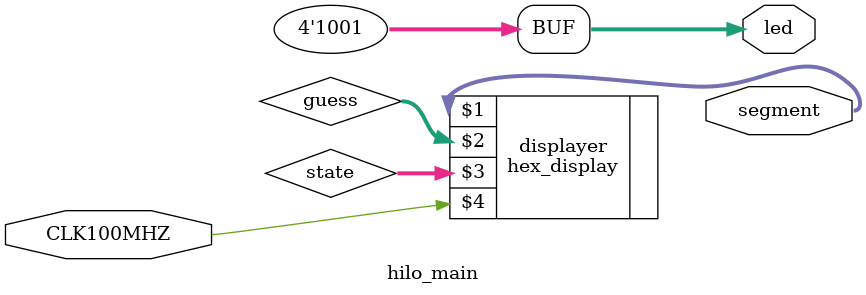
<source format=v>
`timescale 1ns / 1ps


module hilo_main(
  output [3:0] led,
  output [7:0] segment,
  input CLK100MHZ
);

reg [7:0] guess;
reg [3:0] state;

assign led = 'b1001;

hex_display displayer(segment, guess, state, CLK100MHZ);
//assign segment = 'b10101010;

endmodule

</source>
